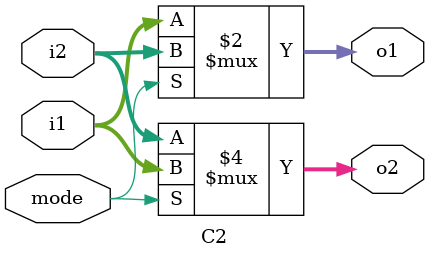
<source format=v>
`timescale 1ns / 1ps


module C2(
    input mode,
    input [11:0] i1,
    input [11:0] i2,
    output [11:0] o1,
    output [11:0] o2
    );

    assign o1 = (mode==0)?i1:i2;
    assign o2 = (mode==0)?i2:i1;
endmodule

</source>
